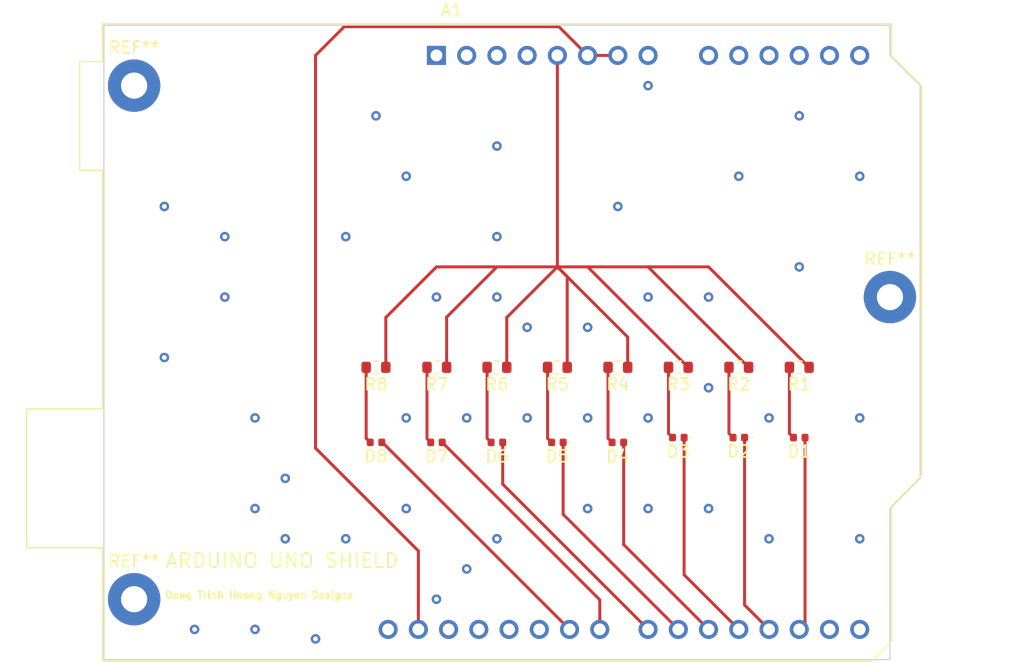
<source format=kicad_pcb>
(kicad_pcb (version 20221018) (generator pcbnew)
  (layers (0 "F.Cu" signal) (31 "B.Cu" signal) (34 "B.Paste" user) (35 "F.Paste" user) (36 "B.SilkS" user "B.Silkscreen") (37 "F.SilkS" user "F.Silkscreen") (38 "B.Mask" user) (39 "F.Mask" user) (44 "Edge.Cuts" user))
  (net 0 "")
  (net 5 "Net-(A1-+5V)")
  (net 6 "GND")
  (net 16 "Net-(A1-D2)")
  (net 17 "Net-(A1-D3)")
  (net 18 "Net-(A1-D4)")
  (net 19 "Net-(A1-D5)")
  (net 20 "Net-(A1-D6)")
  (net 21 "Net-(A1-D7)")
  (net 22 "Net-(A1-D8)")
  (net 23 "Net-(A1-D9)")
  (net 29 "Net-(D1-A)")
  (net 30 "Net-(D2-A)")
  (net 31 "Net-(D3-A)")
  (net 32 "Net-(D4-A)")
  (net 33 "Net-(D5-A)")
  (net 34 "Net-(D6-A)")
  (net 35 "Net-(D7-A)")
  (net 36 "Net-(D8-A)")
  (footprint "Resistor_SMD:R_0603_1608Metric" (layer "F.Cu") (at 148.175 99.06 180)
    (fp_text reference "R7" (at 0 -1.43) (layer "F.SilkS"))
    (fp_text value "247")
    (fp_line (start -0.237258 -0.5225) (end 0.237258 -0.5225) (stroke (width 0.12)) (layer "F.SilkS"))
    (fp_line (start -0.237258 0.5225) (end 0.237258 0.5225) (stroke (width 0.12)) (layer "F.SilkS"))
    (pad "1" smd roundrect (at -0.825 0 180) (size 0.8 0.95) (layers "F.Cu" "F.Paste" "F.Mask") (net 5 "Net-(A1-+5V)"))
    (pad "2" smd roundrect (at 0.825 0 180) (size 0.8 0.95) (layers "F.Cu" "F.Paste" "F.Mask") (net 35 "Net-(D7-A)"))
  )
  (footprint "LED_SMD:LED_0402_1005Metric" (layer "F.Cu") (at 148.145 105.37 180)
    (fp_text reference "D7" (at 0 -1.17) (layer "F.SilkS"))
    (fp_text value "LED")
    (fp_circle (center -1.09 0) (end -1.04 0) (stroke (width 0.1)) (fill none) (layer "F.SilkS"))
    (pad "1" smd roundrect (at -0.485 0 180) (size 0.59 0.64) (layers "F.Cu" "F.Paste" "F.Mask") (net 22 "Net-(A1-D8)"))
    (pad "2" smd roundrect (at 0.485 0 180) (size 0.59 0.64) (layers "F.Cu" "F.Paste" "F.Mask") (net 35 "Net-(D7-A)"))
  )
  (footprint "MountingHole:MountingHole_2.2mm_M2_Pad" (layer "F.Cu") (at 122.745 75.375)
    (fp_text reference "REF**" (at 0 -3.2) (layer "F.SilkS"))
    (fp_text value "MountingHole_2.2mm_M2_Pad")
    (pad "1" thru_hole circle (at 0 0) (size 4.4 4.4) (drill 2.2) (layers "*.Cu" "*.Mask"))
  )
  (footprint "Resistor_SMD:R_0603_1608Metric" (layer "F.Cu") (at 143.065 99.06 180)
    (fp_text reference "R8" (at 0 -1.43) (layer "F.SilkS"))
    (fp_text value "247")
    (fp_line (start -0.237258 -0.5225) (end 0.237258 -0.5225) (stroke (width 0.12)) (layer "F.SilkS"))
    (fp_line (start -0.237258 0.5225) (end 0.237258 0.5225) (stroke (width 0.12)) (layer "F.SilkS"))
    (pad "1" smd roundrect (at -0.825 0 180) (size 0.8 0.95) (layers "F.Cu" "F.Paste" "F.Mask") (net 5 "Net-(A1-+5V)"))
    (pad "2" smd roundrect (at 0.825 0 180) (size 0.8 0.95) (layers "F.Cu" "F.Paste" "F.Mask") (net 36 "Net-(D8-A)"))
  )
  (footprint "LED_SMD:LED_0402_1005Metric" (layer "F.Cu") (at 143.065 105.37 180)
    (fp_text reference "D8" (at 0 -1.17) (layer "F.SilkS"))
    (fp_text value "LED")
    (fp_circle (center -1.09 0) (end -1.04 0) (stroke (width 0.1)) (fill none) (layer "F.SilkS"))
    (pad "1" smd roundrect (at -0.485 0 180) (size 0.59 0.64) (layers "F.Cu" "F.Paste" "F.Mask") (net 23 "Net-(A1-D9)"))
    (pad "2" smd roundrect (at 0.485 0 180) (size 0.59 0.64) (layers "F.Cu" "F.Paste" "F.Mask") (net 36 "Net-(D8-A)"))
  )
  (footprint "Resistor_SMD:R_0603_1608Metric" (layer "F.Cu") (at 163.385 99.06 180)
    (fp_text reference "R4" (at 0 -1.43) (layer "F.SilkS"))
    (fp_text value "247")
    (fp_line (start -0.237258 -0.5225) (end 0.237258 -0.5225) (stroke (width 0.12)) (layer "F.SilkS"))
    (fp_line (start -0.237258 0.5225) (end 0.237258 0.5225) (stroke (width 0.12)) (layer "F.SilkS"))
    (pad "1" smd roundrect (at -0.825 0 180) (size 0.8 0.95) (layers "F.Cu" "F.Paste" "F.Mask") (net 5 "Net-(A1-+5V)"))
    (pad "2" smd roundrect (at 0.825 0 180) (size 0.8 0.95) (layers "F.Cu" "F.Paste" "F.Mask") (net 32 "Net-(D4-A)"))
  )
  (footprint "Resistor_SMD:R_0603_1608Metric" (layer "F.Cu") (at 173.545 99.06 180)
    (fp_text reference "R2" (at 0 -1.43) (layer "F.SilkS"))
    (fp_text value "247")
    (fp_line (start -0.237258 -0.5225) (end 0.237258 -0.5225) (stroke (width 0.12)) (layer "F.SilkS"))
    (fp_line (start -0.237258 0.5225) (end 0.237258 0.5225) (stroke (width 0.12)) (layer "F.SilkS"))
    (pad "1" smd roundrect (at -0.825 0 180) (size 0.8 0.95) (layers "F.Cu" "F.Paste" "F.Mask") (net 5 "Net-(A1-+5V)"))
    (pad "2" smd roundrect (at 0.825 0 180) (size 0.8 0.95) (layers "F.Cu" "F.Paste" "F.Mask") (net 30 "Net-(D2-A)"))
  )
  (footprint "MountingHole:MountingHole_2.2mm_M2_Pad" (layer "F.Cu") (at 122.745 118.555)
    (fp_text reference "REF**" (at 0 -3.2) (layer "F.SilkS"))
    (fp_text value "MountingHole_2.2mm_M2_Pad")
    (pad "1" thru_hole circle (at 0 0) (size 4.4 4.4) (drill 2.2) (layers "*.Cu" "*.Mask"))
  )
  (footprint "LED_SMD:LED_0402_1005Metric" (layer "F.Cu") (at 163.385 105.37 180)
    (fp_text reference "D4" (at 0 -1.17) (layer "F.SilkS"))
    (fp_text value "LED")
    (fp_circle (center -1.09 0) (end -1.04 0) (stroke (width 0.1)) (fill none) (layer "F.SilkS"))
    (pad "1" smd roundrect (at -0.485 0 180) (size 0.59 0.64) (layers "F.Cu" "F.Paste" "F.Mask") (net 19 "Net-(A1-D5)"))
    (pad "2" smd roundrect (at 0.485 0 180) (size 0.59 0.64) (layers "F.Cu" "F.Paste" "F.Mask") (net 32 "Net-(D4-A)"))
  )
  (footprint "Resistor_SMD:R_0603_1608Metric" (layer "F.Cu") (at 153.225 99.06 180)
    (fp_text reference "R6" (at 0 -1.43) (layer "F.SilkS"))
    (fp_text value "247")
    (fp_line (start -0.237258 -0.5225) (end 0.237258 -0.5225) (stroke (width 0.12)) (layer "F.SilkS"))
    (fp_line (start -0.237258 0.5225) (end 0.237258 0.5225) (stroke (width 0.12)) (layer "F.SilkS"))
    (pad "1" smd roundrect (at -0.825 0 180) (size 0.8 0.95) (layers "F.Cu" "F.Paste" "F.Mask") (net 5 "Net-(A1-+5V)"))
    (pad "2" smd roundrect (at 0.825 0 180) (size 0.8 0.95) (layers "F.Cu" "F.Paste" "F.Mask") (net 34 "Net-(D6-A)"))
  )
  (footprint "Resistor_SMD:R_0603_1608Metric" (layer "F.Cu") (at 158.305 99.06 180)
    (fp_text reference "R5" (at 0 -1.43) (layer "F.SilkS"))
    (fp_text value "247")
    (fp_line (start -0.237258 -0.5225) (end 0.237258 -0.5225) (stroke (width 0.12)) (layer "F.SilkS"))
    (fp_line (start -0.237258 0.5225) (end 0.237258 0.5225) (stroke (width 0.12)) (layer "F.SilkS"))
    (pad "1" smd roundrect (at -0.825 0 180) (size 0.8 0.95) (layers "F.Cu" "F.Paste" "F.Mask") (net 5 "Net-(A1-+5V)"))
    (pad "2" smd roundrect (at 0.825 0 180) (size 0.8 0.95) (layers "F.Cu" "F.Paste" "F.Mask") (net 33 "Net-(D5-A)"))
  )
  (footprint "Resistor_SMD:R_0603_1608Metric" (layer "F.Cu") (at 168.465 99.06 180)
    (fp_text reference "R3" (at 0 -1.43) (layer "F.SilkS"))
    (fp_text value "247")
    (fp_line (start -0.237258 -0.5225) (end 0.237258 -0.5225) (stroke (width 0.12)) (layer "F.SilkS"))
    (fp_line (start -0.237258 0.5225) (end 0.237258 0.5225) (stroke (width 0.12)) (layer "F.SilkS"))
    (pad "1" smd roundrect (at -0.825 0 180) (size 0.8 0.95) (layers "F.Cu" "F.Paste" "F.Mask") (net 5 "Net-(A1-+5V)"))
    (pad "2" smd roundrect (at 0.825 0 180) (size 0.8 0.95) (layers "F.Cu" "F.Paste" "F.Mask") (net 31 "Net-(D3-A)"))
  )
  (footprint "Resistor_SMD:R_0603_1608Metric" (layer "F.Cu") (at 178.625 99.06 180)
    (fp_text reference "R1" (at 0 -1.43) (layer "F.SilkS"))
    (fp_text value "247")
    (fp_line (start -0.237258 -0.5225) (end 0.237258 -0.5225) (stroke (width 0.12)) (layer "F.SilkS"))
    (fp_line (start -0.237258 0.5225) (end 0.237258 0.5225) (stroke (width 0.12)) (layer "F.SilkS"))
    (pad "1" smd roundrect (at -0.825 0 180) (size 0.8 0.95) (layers "F.Cu" "F.Paste" "F.Mask") (net 5 "Net-(A1-+5V)"))
    (pad "2" smd roundrect (at 0.825 0 180) (size 0.8 0.95) (layers "F.Cu" "F.Paste" "F.Mask") (net 29 "Net-(D1-A)"))
  )
  (footprint "LED_SMD:LED_0402_1005Metric" (layer "F.Cu") (at 158.305 105.37 180)
    (fp_text reference "D5" (at 0 -1.17) (layer "F.SilkS"))
    (fp_text value "LED")
    (fp_circle (center -1.09 0) (end -1.04 0) (stroke (width 0.1)) (fill none) (layer "F.SilkS"))
    (pad "1" smd roundrect (at -0.485 0 180) (size 0.59 0.64) (layers "F.Cu" "F.Paste" "F.Mask") (net 20 "Net-(A1-D6)"))
    (pad "2" smd roundrect (at 0.485 0 180) (size 0.59 0.64) (layers "F.Cu" "F.Paste" "F.Mask") (net 33 "Net-(D5-A)"))
  )
  (footprint "LED_SMD:LED_0402_1005Metric" (layer "F.Cu") (at 168.465 104.965 180)
    (fp_text reference "D3" (at 0 -1.17) (layer "F.SilkS"))
    (fp_text value "LED")
    (fp_circle (center -1.09 0) (end -1.04 0) (stroke (width 0.1)) (fill none) (layer "F.SilkS"))
    (pad "1" smd roundrect (at -0.485 0 180) (size 0.59 0.64) (layers "F.Cu" "F.Paste" "F.Mask") (net 18 "Net-(A1-D4)"))
    (pad "2" smd roundrect (at 0.485 0 180) (size 0.59 0.64) (layers "F.Cu" "F.Paste" "F.Mask") (net 31 "Net-(D3-A)"))
  )
  (footprint "LED_SMD:LED_0402_1005Metric" (layer "F.Cu") (at 153.225 105.37 180)
    (fp_text reference "D6" (at 0 -1.17) (layer "F.SilkS"))
    (fp_text value "LED")
    (fp_circle (center -1.09 0) (end -1.04 0) (stroke (width 0.1)) (fill none) (layer "F.SilkS"))
    (pad "1" smd roundrect (at -0.485 0 180) (size 0.59 0.64) (layers "F.Cu" "F.Paste" "F.Mask") (net 21 "Net-(A1-D7)"))
    (pad "2" smd roundrect (at 0.485 0 180) (size 0.59 0.64) (layers "F.Cu" "F.Paste" "F.Mask") (net 34 "Net-(D6-A)"))
  )
  (footprint "LED_SMD:LED_0402_1005Metric" (layer "F.Cu") (at 178.625 104.965 180)
    (fp_text reference "D1" (at 0 -1.17) (layer "F.SilkS"))
    (fp_text value "LED")
    (fp_circle (center -1.09 0) (end -1.04 0) (stroke (width 0.1)) (fill none) (layer "F.SilkS"))
    (pad "1" smd roundrect (at -0.485 0 180) (size 0.59 0.64) (layers "F.Cu" "F.Paste" "F.Mask") (net 16 "Net-(A1-D2)"))
    (pad "2" smd roundrect (at 0.485 0 180) (size 0.59 0.64) (layers "F.Cu" "F.Paste" "F.Mask") (net 29 "Net-(D1-A)"))
  )
  (footprint "Module:Arduino_UNO_R2" (layer "F.Cu") (at 148.145 72.835)
    (fp_text reference "A1" (at 1.27 -3.81 180) (layer "F.SilkS"))
    (fp_text value "Arduino_UNO_R2")
    (fp_line (start -34.42 29.72) (end -34.42 41.4) (stroke (width 0.12)) (layer "F.SilkS"))
    (fp_line (start -34.42 41.4) (end -28.07 41.4) (stroke (width 0.12)) (layer "F.SilkS"))
    (fp_line (start -29.97 0.51) (end -29.97 9.65) (stroke (width 0.12)) (layer "F.SilkS"))
    (fp_line (start -29.97 9.65) (end -28.07 9.65) (stroke (width 0.12)) (layer "F.SilkS"))
    (fp_line (start -28.07 -2.67) (end -28.07 0.51) (stroke (width 0.12)) (layer "F.SilkS"))
    (fp_line (start -28.07 0.51) (end -29.97 0.51) (stroke (width 0.12)) (layer "F.SilkS"))
    (fp_line (start -28.07 9.65) (end -28.07 29.72) (stroke (width 0.12)) (layer "F.SilkS"))
    (fp_line (start -28.07 29.72) (end -34.42 29.72) (stroke (width 0.12)) (layer "F.SilkS"))
    (fp_line (start -28.07 41.4) (end -28.07 50.93) (stroke (width 0.12)) (layer "F.SilkS"))
    (fp_line (start -28.07 50.93) (end 36.58 50.93) (stroke (width 0.12)) (layer "F.SilkS"))
    (fp_line (start 36.58 50.93) (end 38.23 49.28) (stroke (width 0.12)) (layer "F.SilkS"))
    (fp_line (start 38.23 -2.67) (end -28.07 -2.67) (stroke (width 0.12)) (layer "F.SilkS"))
    (fp_line (start 38.23 0) (end 38.23 -2.67) (stroke (width 0.12)) (layer "F.SilkS"))
    (fp_line (start 38.23 37.85) (end 40.77 35.31) (stroke (width 0.12)) (layer "F.SilkS"))
    (fp_line (start 38.23 49.28) (end 38.23 37.85) (stroke (width 0.12)) (layer "F.SilkS"))
    (fp_line (start 40.77 2.54) (end 38.23 0) (stroke (width 0.12)) (layer "F.SilkS"))
    (fp_line (start 40.77 35.31) (end 40.77 2.54) (stroke (width 0.12)) (layer "F.SilkS"))
    (pad "1" thru_hole rect (at 0 0 90) (size 1.6 1.6) (drill 1) (layers "*.Cu" "*.Mask"))
    (pad "2" thru_hole oval (at 2.54 0 90) (size 1.6 1.6) (drill 1) (layers "*.Cu" "*.Mask"))
    (pad "3" thru_hole oval (at 5.08 0 90) (size 1.6 1.6) (drill 1) (layers "*.Cu" "*.Mask"))
    (pad "4" thru_hole oval (at 7.62 0 90) (size 1.6 1.6) (drill 1) (layers "*.Cu" "*.Mask"))
    (pad "5" thru_hole oval (at 10.16 0 90) (size 1.6 1.6) (drill 1) (layers "*.Cu" "*.Mask") (net 5 "Net-(A1-+5V)"))
    (pad "6" thru_hole oval (at 12.7 0 90) (size 1.6 1.6) (drill 1) (layers "*.Cu" "*.Mask") (net 6 "GND"))
    (pad "7" thru_hole oval (at 15.24 0 90) (size 1.6 1.6) (drill 1) (layers "*.Cu" "*.Mask") (net 6 "GND"))
    (pad "8" thru_hole oval (at 17.78 0 90) (size 1.6 1.6) (drill 1) (layers "*.Cu" "*.Mask"))
    (pad "9" thru_hole oval (at 22.86 0 90) (size 1.6 1.6) (drill 1) (layers "*.Cu" "*.Mask"))
    (pad "10" thru_hole oval (at 25.4 0 90) (size 1.6 1.6) (drill 1) (layers "*.Cu" "*.Mask"))
    (pad "11" thru_hole oval (at 27.94 0 90) (size 1.6 1.6) (drill 1) (layers "*.Cu" "*.Mask"))
    (pad "12" thru_hole oval (at 30.48 0 90) (size 1.6 1.6) (drill 1) (layers "*.Cu" "*.Mask"))
    (pad "13" thru_hole oval (at 33.02 0 90) (size 1.6 1.6) (drill 1) (layers "*.Cu" "*.Mask"))
    (pad "14" thru_hole oval (at 35.56 0 90) (size 1.6 1.6) (drill 1) (layers "*.Cu" "*.Mask"))
    (pad "15" thru_hole oval (at 35.56 48.26 90) (size 1.6 1.6) (drill 1) (layers "*.Cu" "*.Mask"))
    (pad "16" thru_hole oval (at 33.02 48.26 90) (size 1.6 1.6) (drill 1) (layers "*.Cu" "*.Mask"))
    (pad "17" thru_hole oval (at 30.48 48.26 90) (size 1.6 1.6) (drill 1) (layers "*.Cu" "*.Mask") (net 16 "Net-(A1-D2)"))
    (pad "18" thru_hole oval (at 27.94 48.26 90) (size 1.6 1.6) (drill 1) (layers "*.Cu" "*.Mask") (net 17 "Net-(A1-D3)"))
    (pad "19" thru_hole oval (at 25.4 48.26 90) (size 1.6 1.6) (drill 1) (layers "*.Cu" "*.Mask") (net 18 "Net-(A1-D4)"))
    (pad "20" thru_hole oval (at 22.86 48.26 90) (size 1.6 1.6) (drill 1) (layers "*.Cu" "*.Mask") (net 19 "Net-(A1-D5)"))
    (pad "21" thru_hole oval (at 20.32 48.26 90) (size 1.6 1.6) (drill 1) (layers "*.Cu" "*.Mask") (net 20 "Net-(A1-D6)"))
    (pad "22" thru_hole oval (at 17.78 48.26 90) (size 1.6 1.6) (drill 1) (layers "*.Cu" "*.Mask") (net 21 "Net-(A1-D7)"))
    (pad "23" thru_hole oval (at 13.72 48.26 90) (size 1.6 1.6) (drill 1) (layers "*.Cu" "*.Mask") (net 22 "Net-(A1-D8)"))
    (pad "24" thru_hole oval (at 11.18 48.26 90) (size 1.6 1.6) (drill 1) (layers "*.Cu" "*.Mask") (net 23 "Net-(A1-D9)"))
    (pad "25" thru_hole oval (at 8.64 48.26 90) (size 1.6 1.6) (drill 1) (layers "*.Cu" "*.Mask"))
    (pad "26" thru_hole oval (at 6.1 48.26 90) (size 1.6 1.6) (drill 1) (layers "*.Cu" "*.Mask"))
    (pad "27" thru_hole oval (at 3.56 48.26 90) (size 1.6 1.6) (drill 1) (layers "*.Cu" "*.Mask"))
    (pad "28" thru_hole oval (at 1.02 48.26 90) (size 1.6 1.6) (drill 1) (layers "*.Cu" "*.Mask"))
    (pad "29" thru_hole oval (at -1.52 48.26 90) (size 1.6 1.6) (drill 1) (layers "*.Cu" "*.Mask") (net 6 "GND"))
    (pad "30" thru_hole oval (at -4.06 48.26 90) (size 1.6 1.6) (drill 1) (layers "*.Cu" "*.Mask"))
  )
  (footprint "LED_SMD:LED_0402_1005Metric" (layer "F.Cu") (at 173.545 104.965 180)
    (fp_text reference "D2" (at 0 -1.17) (layer "F.SilkS"))
    (fp_text value "LED")
    (fp_circle (center -1.09 0) (end -1.04 0) (stroke (width 0.1)) (fill none) (layer "F.SilkS"))
    (pad "1" smd roundrect (at -0.485 0 180) (size 0.59 0.64) (layers "F.Cu" "F.Paste" "F.Mask") (net 17 "Net-(A1-D3)"))
    (pad "2" smd roundrect (at 0.485 0 180) (size 0.59 0.64) (layers "F.Cu" "F.Paste" "F.Mask") (net 30 "Net-(D2-A)"))
  )
  (footprint "MountingHole:MountingHole_2.2mm_M2_Pad" (layer "F.Cu") (at 186.245 93.155)
    (fp_text reference "REF**" (at 0 -3.2) (layer "F.SilkS"))
    (fp_text value "MountingHole_2.2mm_M2_Pad")
    (pad "1" thru_hole circle (at 0 0) (size 4.4 4.4) (drill 2.2) (layers "*.Cu" "*.Mask"))
  )
  (gr_poly (pts (xy 120.205 70.295) (xy 186.245 70.295) (xy 186.245 72.835) (xy 188.785 75.375) (xy 188.785 108.395) (xy 186.245 110.935) (xy 186.245 123.635) (xy 120.205 123.635)) (stroke (width 0.1)) (fill none) (layer "Edge.Cuts"))
  (gr_text "ARDUINO UNO SHIELD" (at 125.285 116.015) (layer "F.SilkS") (effects (font (size 1.2 1.2)) (justify left bottom)))
  (gr_text "Dong Trinh Hoang Nguyen Designs" (at 125.285 118.555) (layer "F.SilkS") (effects (font (size 0.6 0.6)) (justify left bottom)))
  (via (at 140.525 88.075) (size 0.8) (drill 0.4) (layers "F.Cu" "B.Cu") (net 0))
  (via (at 160.845 110.935) (size 0.8) (drill 0.4) (layers "F.Cu" "B.Cu") (net 0))
  (via (at 145.605 103.315) (size 0.8) (drill 0.4) (layers "F.Cu" "B.Cu") (net 0))
  (via (at 176.085 103.315) (size 0.8) (drill 0.4) (layers "F.Cu" "B.Cu") (net 0))
  (via (at 155.765 103.315) (size 0.8) (drill 0.4) (layers "F.Cu" "B.Cu") (net 0))
  (via (at 183.705 103.315) (size 0.8) (drill 0.4) (layers "F.Cu" "B.Cu") (net 0))
  (via (at 132.905 110.935) (size 0.8) (drill 0.4) (layers "F.Cu" "B.Cu") (net 0))
  (via (at 145.605 82.995) (size 0.8) (drill 0.4) (layers "F.Cu" "B.Cu") (net 0))
  (via (at 140.525 113.475) (size 0.8) (drill 0.4) (layers "F.Cu" "B.Cu") (net 0))
  (via (at 160.845 95.695) (size 0.8) (drill 0.4) (layers "F.Cu" "B.Cu") (net 0))
  (via (at 176.085 113.475) (size 0.8) (drill 0.4) (layers "F.Cu" "B.Cu") (net 0))
  (via (at 125.285 98.235) (size 0.8) (drill 0.4) (layers "F.Cu" "B.Cu") (net 0))
  (via (at 165.925 103.315) (size 0.8) (drill 0.4) (layers "F.Cu" "B.Cu") (net 0))
  (via (at 171.005 93.155) (size 0.8) (drill 0.4) (layers "F.Cu" "B.Cu") (net 0))
  (via (at 153.225 88.075) (size 0.8) (drill 0.4) (layers "F.Cu" "B.Cu") (net 0))
  (via (at 153.225 113.475) (size 0.8) (drill 0.4) (layers "F.Cu" "B.Cu") (net 0))
  (via (at 178.625 77.915) (size 0.8) (drill 0.4) (layers "F.Cu" "B.Cu") (net 0))
  (via (at 148.145 118.555) (size 0.8) (drill 0.4) (layers "F.Cu" "B.Cu") (net 0))
  (via (at 165.925 110.935) (size 0.8) (drill 0.4) (layers "F.Cu" "B.Cu") (net 0))
  (via (at 171.005 100.775) (size 0.8) (drill 0.4) (layers "F.Cu" "B.Cu") (net 0))
  (via (at 130.365 88.075) (size 0.8) (drill 0.4) (layers "F.Cu" "B.Cu") (net 0))
  (via (at 163.385 85.535) (size 0.8) (drill 0.4) (layers "F.Cu" "B.Cu") (net 0))
  (via (at 148.145 93.155) (size 0.8) (drill 0.4) (layers "F.Cu" "B.Cu") (net 0))
  (via (at 137.985 121.893061) (size 0.8) (drill 0.4) (layers "F.Cu" "B.Cu") (net 0))
  (via (at 178.625 90.615) (size 0.8) (drill 0.4) (layers "F.Cu" "B.Cu") (net 0))
  (via (at 143.065 77.915) (size 0.8) (drill 0.4) (layers "F.Cu" "B.Cu") (net 0))
  (via (at 130.365 93.155) (size 0.8) (drill 0.4) (layers "F.Cu" "B.Cu") (net 0))
  (via (at 135.445 108.395) (size 0.8) (drill 0.4) (layers "F.Cu" "B.Cu") (net 0))
  (via (at 183.705 82.995) (size 0.8) (drill 0.4) (layers "F.Cu" "B.Cu") (net 0))
  (via (at 183.705 113.475) (size 0.8) (drill 0.4) (layers "F.Cu" "B.Cu") (net 0))
  (via (at 127.825 121.095) (size 0.8) (drill 0.4) (layers "F.Cu" "B.Cu") (net 0))
  (via (at 132.905 121.095) (size 0.8) (drill 0.4) (layers "F.Cu" "B.Cu") (net 0))
  (via (at 145.605 110.935) (size 0.8) (drill 0.4) (layers "F.Cu" "B.Cu") (net 0))
  (via (at 132.905 103.315) (size 0.8) (drill 0.4) (layers "F.Cu" "B.Cu") (net 0))
  (via (at 153.225 93.155) (size 0.8) (drill 0.4) (layers "F.Cu" "B.Cu") (net 0))
  (via (at 150.685 116.015) (size 0.8) (drill 0.4) (layers "F.Cu" "B.Cu") (net 0))
  (via (at 135.445 113.475) (size 0.8) (drill 0.4) (layers "F.Cu" "B.Cu") (net 0))
  (via (at 165.925 93.155) (size 0.8) (drill 0.4) (layers "F.Cu" "B.Cu") (net 0))
  (via (at 150.685 103.315) (size 0.8) (drill 0.4) (layers "F.Cu" "B.Cu") (net 0))
  (via (at 165.925 75.375) (size 0.8) (drill 0.4) (layers "F.Cu" "B.Cu") (net 0))
  (via (at 153.225 80.455) (size 0.8) (drill 0.4) (layers "F.Cu" "B.Cu") (net 0))
  (via (at 173.545 82.995) (size 0.8) (drill 0.4) (layers "F.Cu" "B.Cu") (net 0))
  (via (at 171.005 110.935) (size 0.8) (drill 0.4) (layers "F.Cu" "B.Cu") (net 0))
  (via (at 160.845 103.315) (size 0.8) (drill 0.4) (layers "F.Cu" "B.Cu") (net 0))
  (via (at 155.765 95.695) (size 0.8) (drill 0.4) (layers "F.Cu" "B.Cu") (net 0))
  (via (at 125.285 85.535) (size 0.8) (drill 0.4) (layers "F.Cu" "B.Cu") (net 0))
  (segment (start 158.305 90.615) (end 154.05 94.87) (width 0.25) (layer "F.Cu") (net 5))
  (segment (start 153.225 90.615) (end 148.145 90.615) (width 0.25) (layer "F.Cu") (net 5))
  (segment (start 160.845 90.615) (end 169.29 99.06) (width 0.25) (layer "F.Cu") (net 5))
  (segment (start 158.305 90.615) (end 159.13 91.44) (width 0.25) (layer "F.Cu") (net 5))
  (segment (start 164.21 96.52) (end 164.21 99.06) (width 0.25) (layer "F.Cu") (net 5))
  (segment (start 165.925 90.615) (end 171.005 90.615) (width 0.25) (layer "F.Cu") (net 5))
  (segment (start 158.305 90.615) (end 160.845 90.615) (width 0.25) (layer "F.Cu") (net 5))
  (segment (start 148.145 90.615) (end 143.89 94.87) (width 0.25) (layer "F.Cu") (net 5))
  (segment (start 165.925 90.615) (end 174.37 99.06) (width 0.25) (layer "F.Cu") (net 5))
  (segment (start 143.89 94.87) (end 143.89 99.06) (width 0.25) (layer "F.Cu") (net 5))
  (segment (start 158.305 90.615) (end 153.225 90.615) (width 0.25) (layer "F.Cu") (net 5))
  (segment (start 159.13 91.44) (end 159.13 99.06) (width 0.25) (layer "F.Cu") (net 5))
  (segment (start 158.305 72.835) (end 158.305 90.615) (width 0.25) (layer "F.Cu") (net 5))
  (segment (start 154.05 94.87) (end 154.05 99.06) (width 0.25) (layer "F.Cu") (net 5))
  (segment (start 171.005 90.615) (end 179.45 99.06) (width 0.25) (layer "F.Cu") (net 5))
  (segment (start 153.225 90.615) (end 149 94.84) (width 0.25) (layer "F.Cu") (net 5))
  (segment (start 160.845 90.615) (end 165.925 90.615) (width 0.25) (layer "F.Cu") (net 5))
  (segment (start 149 94.84) (end 149 99.06) (width 0.25) (layer "F.Cu") (net 5))
  (segment (start 158.305 90.615) (end 164.21 96.52) (width 0.25) (layer "F.Cu") (net 5))
  (segment (start 146.625 121.095) (end 146.625 114.495) (width 0.25) (layer "F.Cu") (net 6))
  (segment (start 140.4 70.42) (end 158.43 70.42) (width 0.25) (layer "F.Cu") (net 6))
  (segment (start 163.385 72.835) (end 160.845 72.835) (width 0.25) (layer "F.Cu") (net 6))
  (segment (start 137.985 72.835) (end 140.4 70.42) (width 0.25) (layer "F.Cu") (net 6))
  (segment (start 137.985 105.855) (end 137.985 72.835) (width 0.25) (layer "F.Cu") (net 6))
  (segment (start 146.625 114.495) (end 137.985 105.855) (width 0.25) (layer "F.Cu") (net 6))
  (segment (start 158.43 70.42) (end 160.845 72.835) (width 0.25) (layer "F.Cu") (net 6))
  (segment (start 179.11 104.965) (end 179.11 120.61) (width 0.25) (layer "F.Cu") (net 16))
  (segment (start 179.11 120.61) (end 178.625 121.095) (width 0.25) (layer "F.Cu") (net 16))
  (segment (start 174.03 119.04) (end 176.085 121.095) (width 0.25) (layer "F.Cu") (net 17))
  (segment (start 174.03 104.965) (end 174.03 119.04) (width 0.25) (layer "F.Cu") (net 17))
  (segment (start 168.95 116.5) (end 173.545 121.095) (width 0.25) (layer "F.Cu") (net 18))
  (segment (start 168.95 104.965) (end 168.95 116.5) (width 0.25) (layer "F.Cu") (net 18))
  (segment (start 163.87 113.96) (end 171.005 121.095) (width 0.25) (layer "F.Cu") (net 19))
  (segment (start 163.87 105.37) (end 163.87 113.96) (width 0.25) (layer "F.Cu") (net 19))
  (segment (start 158.79 105.37) (end 158.79 111.42) (width 0.25) (layer "F.Cu") (net 20))
  (segment (start 158.79 111.42) (end 168.465 121.095) (width 0.25) (layer "F.Cu") (net 20))
  (segment (start 153.71 108.88) (end 153.71 105.37) (width 0.25) (layer "F.Cu") (net 21))
  (segment (start 165.925 121.095) (end 153.71 108.88) (width 0.25) (layer "F.Cu") (net 21))
  (segment (start 161.865 118.605) (end 148.63 105.37) (width 0.25) (layer "F.Cu") (net 22))
  (segment (start 161.865 121.095) (end 161.865 118.605) (width 0.25) (layer "F.Cu") (net 22))
  (segment (start 159.325 121.095) (end 143.6 105.37) (width 0.25) (layer "F.Cu") (net 23))
  (segment (start 143.6 105.37) (end 143.55 105.37) (width 0.25) (layer "F.Cu") (net 23))
  (segment (start 177.8 104.625) (end 178.14 104.965) (width 0.25) (layer "F.Cu") (net 29))
  (segment (start 177.8 99.06) (end 177.8 104.625) (width 0.25) (layer "F.Cu") (net 29))
  (segment (start 172.72 99.06) (end 172.72 104.625) (width 0.25) (layer "F.Cu") (net 30))
  (segment (start 172.72 104.625) (end 173.06 104.965) (width 0.25) (layer "F.Cu") (net 30))
  (segment (start 167.64 99.06) (end 167.64 104.625) (width 0.25) (layer "F.Cu") (net 31))
  (segment (start 167.64 104.625) (end 167.98 104.965) (width 0.25) (layer "F.Cu") (net 31))
  (segment (start 162.56 99.06) (end 162.56 105.03) (width 0.25) (layer "F.Cu") (net 32))
  (segment (start 162.56 105.03) (end 162.9 105.37) (width 0.25) (layer "F.Cu") (net 32))
  (segment (start 157.48 99.06) (end 157.48 105.03) (width 0.25) (layer "F.Cu") (net 33))
  (segment (start 157.48 105.03) (end 157.82 105.37) (width 0.25) (layer "F.Cu") (net 33))
  (segment (start 152.4 99.06) (end 152.4 105.03) (width 0.25) (layer "F.Cu") (net 34))
  (segment (start 152.4 105.03) (end 152.74 105.37) (width 0.25) (layer "F.Cu") (net 34))
  (segment (start 147.35 99.06) (end 147.35 105.06) (width 0.25) (layer "F.Cu") (net 35))
  (segment (start 147.35 105.06) (end 147.66 105.37) (width 0.25) (layer "F.Cu") (net 35))
  (segment (start 142.24 105.03) (end 142.58 105.37) (width 0.25) (layer "F.Cu") (net 36))
  (segment (start 142.24 99.06) (end 142.24 105.03) (width 0.25) (layer "F.Cu") (net 36))
)
</source>
